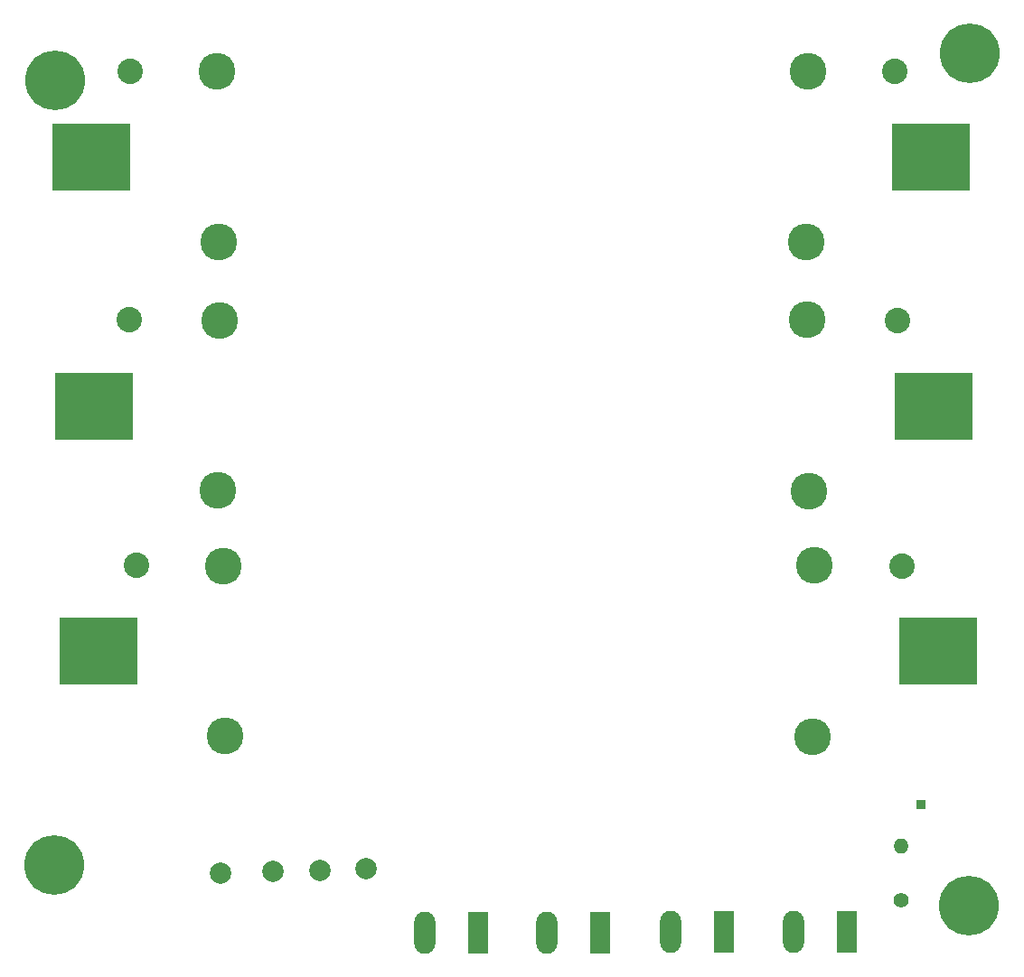
<source format=gbr>
%TF.GenerationSoftware,KiCad,Pcbnew,8.0.2-1*%
%TF.CreationDate,2024-08-29T11:45:14-05:00*%
%TF.ProjectId,BattBoard,42617474-426f-4617-9264-2e6b69636164,rev?*%
%TF.SameCoordinates,Original*%
%TF.FileFunction,Soldermask,Bot*%
%TF.FilePolarity,Negative*%
%FSLAX46Y46*%
G04 Gerber Fmt 4.6, Leading zero omitted, Abs format (unit mm)*
G04 Created by KiCad (PCBNEW 8.0.2-1) date 2024-08-29 11:45:14*
%MOMM*%
%LPD*%
G01*
G04 APERTURE LIST*
%ADD10C,2.000000*%
%ADD11C,5.600000*%
%ADD12R,0.850000X0.850000*%
%ADD13C,2.390000*%
%ADD14C,3.450000*%
%ADD15C,1.400000*%
%ADD16O,1.400000X1.400000*%
%ADD17R,1.980000X3.960000*%
%ADD18O,1.980000X3.960000*%
%ADD19R,7.340000X6.350000*%
G04 APERTURE END LIST*
D10*
%TO.C,TP3*%
X122700000Y-127425000D03*
%TD*%
D11*
%TO.C,H1*%
X97825000Y-53325000D03*
%TD*%
D12*
%TO.C,J1*%
X178999600Y-121250000D03*
%TD*%
D13*
%TO.C,KEYSTONE-3*%
X105449600Y-98825000D03*
D14*
X113779600Y-114825000D03*
X168979600Y-98825000D03*
%TD*%
D10*
%TO.C,TP1*%
X113350000Y-127675000D03*
%TD*%
D13*
%TO.C,KEYSTONE-2*%
X104799600Y-75800000D03*
D14*
X113129600Y-91800000D03*
X168329600Y-75800000D03*
%TD*%
D11*
%TO.C,H4*%
X183475000Y-130700000D03*
%TD*%
%TO.C,H3*%
X97775000Y-126950000D03*
%TD*%
D13*
%TO.C,KEYSTONE-1*%
X104844600Y-52500000D03*
D14*
X113174600Y-68500000D03*
X168374600Y-52500000D03*
%TD*%
D15*
%TO.C,TH1*%
X177099600Y-130190000D03*
D16*
X177099600Y-125110000D03*
%TD*%
D10*
%TO.C,TP4*%
X126950000Y-127250000D03*
%TD*%
D11*
%TO.C,H2*%
X183550000Y-50800000D03*
%TD*%
D17*
%TO.C,J6*%
X137450000Y-133225000D03*
D18*
X132450000Y-133225000D03*
%TD*%
D17*
%TO.C,J3*%
X172025000Y-133150000D03*
D18*
X167025000Y-133150000D03*
%TD*%
D13*
%TO.C,KEYSTONE-5*%
X176759600Y-75900000D03*
D14*
X168429600Y-91900000D03*
X113229600Y-75900000D03*
D19*
X180159600Y-83900000D03*
X101499600Y-83900000D03*
%TD*%
D13*
%TO.C,KEYSTONE-6*%
X177159600Y-98850000D03*
D14*
X168829600Y-114850000D03*
X113629600Y-98850000D03*
D19*
X180559600Y-106850000D03*
X101899600Y-106850000D03*
%TD*%
D13*
%TO.C,KEYSTONE-4*%
X176509600Y-52525000D03*
D14*
X168179600Y-68525000D03*
X112979600Y-52525000D03*
D19*
X179909600Y-60525000D03*
X101249600Y-60525000D03*
%TD*%
D17*
%TO.C,J4*%
X160500000Y-133150000D03*
D18*
X155500000Y-133150000D03*
%TD*%
D17*
%TO.C,J5*%
X148925000Y-133250000D03*
D18*
X143925000Y-133250000D03*
%TD*%
D10*
%TO.C,TP2*%
X118225000Y-127500000D03*
%TD*%
M02*

</source>
